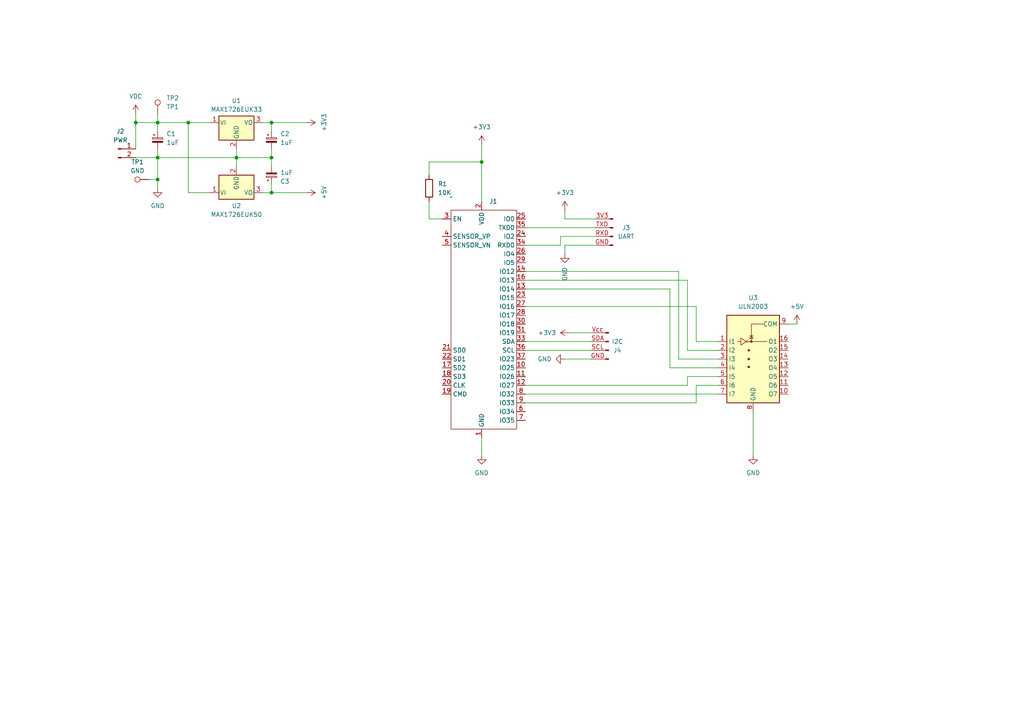
<source format=kicad_sch>
(kicad_sch (version 20230121) (generator eeschema)
  (paper "A4")
  (lib_symbols
    (symbol "Alexander_Library_Symbols:Conn_I2C_01x04" (pin_names (offset 1.016) hide)
      (property "Reference" "J" (at 0 5.08 0))
      (property "Value" "I2C" (at 0 -7.62 0))
      (symbol "Conn_I2C_01x04_1_1"
        (polyline (pts (xy 1.27 -5.08) (xy 0.8636 -5.08)) (stroke (width 0.1524)))
        (polyline (pts (xy 1.27 -2.54) (xy 0.8636 -2.54)) (stroke (width 0.1524)))
        (polyline (pts (xy 1.27 0) (xy 0.8636 0)) (stroke (width 0.1524)))
        (polyline (pts (xy 1.27 2.54) (xy 0.8636 2.54)) (stroke (width 0.1524)))
        (rectangle (start 0.8636 -4.953) (end 0 -5.207) (stroke (width 0.1524)) (fill (type outline)))
        (rectangle (start 0.8636 -2.413) (end 0 -2.667) (stroke (width 0.1524)) (fill (type outline)))
        (rectangle (start 0.8636 0.127) (end 0 -0.127) (stroke (width 0.1524)) (fill (type outline)))
        (rectangle (start 0.8636 2.667) (end 0 2.413) (stroke (width 0.1524)) (fill (type outline)))
        (pin power_out line (at 5.08 -5.08 180) (length 3.81) (name "GND") (number "GND"))
        (pin bidirectional line (at 5.08 -2.54 180) (length 3.81) (name "SCL") (number "SCL"))
        (pin bidirectional line (at 5.08 0 180) (length 3.81) (name "SDA") (number "SDA"))
        (pin power_in line (at 5.08 2.54 180) (length 3.81) (name "VCC") (number "Vcc"))
      )
    )
    (symbol "Alexander_Library_Symbols:ESP32-WROOM-32D-SOCKET"
      (property "Reference" "J" (at 0 0 0))
      (symbol "ESP32-WROOM-32D-SOCKET_0_1"
        (rectangle (start 0 -3.81) (end 19.05 -67.31))
      )
      (symbol "ESP32-WROOM-32D-SOCKET_1_1"
        (pin power_out line (at 8.89 -69.85 90) (length 2.54) (name "GND") (number "1"))
        (pin bidirectional line (at 21.59 -49.53 180) (length 2.54) (name "IO25") (number "10"))
        (pin bidirectional line (at 21.59 -52.07 180) (length 2.54) (name "IO26") (number "11"))
        (pin bidirectional line (at 21.59 -54.61 180) (length 2.54) (name "IO27") (number "12"))
        (pin bidirectional line (at 21.59 -26.67 180) (length 2.54) (name "IO14") (number "13"))
        (pin bidirectional line (at 21.59 -21.59 180) (length 2.54) (name "IO12") (number "14"))
        (pin bidirectional line (at 21.59 -24.13 180) (length 2.54) (name "IO13") (number "16"))
        (pin input line (at -2.54 -49.53 0) (length 2.54) (name "SD2") (number "17"))
        (pin input line (at -2.54 -52.07 0) (length 2.54) (name "SD3") (number "18"))
        (pin input line (at -2.54 -57.15 0) (length 2.54) (name "CMD") (number "19"))
        (pin power_in line (at 8.89 -1.27 270) (length 2.54) (name "VDD") (number "2"))
        (pin input line (at -2.54 -54.61 0) (length 2.54) (name "CLK") (number "20"))
        (pin input line (at -2.54 -44.45 0) (length 2.54) (name "SD0") (number "21"))
        (pin input line (at -2.54 -46.99 0) (length 2.54) (name "SD1") (number "22"))
        (pin bidirectional line (at 21.59 -29.21 180) (length 2.54) (name "IO15") (number "23"))
        (pin bidirectional line (at 21.59 -11.43 180) (length 2.54) (name "IO2") (number "24"))
        (pin bidirectional line (at 21.59 -6.35 180) (length 2.54) (name "IO0") (number "25"))
        (pin bidirectional line (at 21.59 -16.51 180) (length 2.54) (name "IO4") (number "26"))
        (pin bidirectional line (at 21.59 -31.75 180) (length 2.54) (name "IO16") (number "27"))
        (pin bidirectional line (at 21.59 -34.29 180) (length 2.54) (name "IO17") (number "28"))
        (pin bidirectional line (at 21.59 -19.05 180) (length 2.54) (name "IO5") (number "29"))
        (pin input line (at -2.54 -6.35 0) (length 2.54) (name "EN") (number "3"))
        (pin bidirectional line (at 21.59 -36.83 180) (length 2.54) (name "IO18") (number "30"))
        (pin bidirectional line (at 21.59 -39.37 180) (length 2.54) (name "IO19") (number "31"))
        (pin bidirectional line (at 21.59 -41.91 180) (length 2.54) (name "SDA") (number "33"))
        (pin input line (at 21.59 -13.97 180) (length 2.54) (name "RXD0") (number "34"))
        (pin output line (at 21.59 -8.89 180) (length 2.54) (name "TXD0") (number "35"))
        (pin bidirectional line (at 21.59 -44.45 180) (length 2.54) (name "SCL") (number "36"))
        (pin bidirectional line (at 21.59 -46.99 180) (length 2.54) (name "IO23") (number "37"))
        (pin input line (at -2.54 -11.43 0) (length 2.54) (name "SENSOR_VP") (number "4"))
        (pin input line (at -2.54 -13.97 0) (length 2.54) (name "SENSOR_VN") (number "5"))
        (pin bidirectional line (at 21.59 -62.23 180) (length 2.54) (name "IO34") (number "6"))
        (pin bidirectional line (at 21.59 -64.77 180) (length 2.54) (name "IO35") (number "7"))
        (pin bidirectional line (at 21.59 -57.15 180) (length 2.54) (name "IO32") (number "8"))
        (pin bidirectional line (at 21.59 -59.69 180) (length 2.54) (name "IO33") (number "9"))
      )
    )
    (symbol "Conn_UART_1" (pin_names (offset 1.016) hide)
      (property "Reference" "J" (at 1.27 3.81 0))
      (property "Value" "UART" (at 2.54 -10.16 0))
      (symbol "Conn_UART_1_1_1"
        (polyline (pts (xy 1.27 -7.62) (xy 0.8636 -7.62)) (stroke (width 0.1524)))
        (polyline (pts (xy 1.27 -5.08) (xy 0.8636 -5.08)) (stroke (width 0.1524)))
        (polyline (pts (xy 1.27 -2.54) (xy 0.8636 -2.54)) (stroke (width 0.1524)))
        (polyline (pts (xy 1.27 0) (xy 0.8636 0)) (stroke (width 0.1524)))
        (rectangle (start 0.8636 -7.493) (end 0 -7.747) (stroke (width 0.1524)) (fill (type outline)))
        (rectangle (start 0.8636 -4.953) (end 0 -5.207) (stroke (width 0.1524)) (fill (type outline)))
        (rectangle (start 0.8636 -2.413) (end 0 -2.667) (stroke (width 0.1524)) (fill (type outline)))
        (rectangle (start 0.8636 0.127) (end 0 -0.127) (stroke (width 0.1524)) (fill (type outline)))
        (pin power_in line (at 5.08 0 180) (length 3.81) (name "3V3") (number "3V3"))
        (pin power_out line (at 5.08 -7.62 180) (length 3.81) (name "GND") (number "GND"))
        (pin input line (at 5.08 -5.08 180) (length 3.81) (name "RXD") (number "RXD"))
        (pin output line (at 5.08 -2.54 180) (length 3.81) (name "TXD") (number "TXD"))
      )
    )
    (symbol "Connector:Conn_01x02_Pin" (pin_names (offset 1.016) hide)
      (property "Reference" "J" (at 0 2.54 0))
      (property "Value" "Conn_01x02_Pin" (at 0 -5.08 0))
      (symbol "Conn_01x02_Pin_1_1"
        (polyline (pts (xy 1.27 -2.54) (xy 0.8636 -2.54)) (stroke (width 0.1524)))
        (polyline (pts (xy 1.27 0) (xy 0.8636 0)) (stroke (width 0.1524)))
        (rectangle (start 0.8636 -2.413) (end 0 -2.667) (stroke (width 0.1524)) (fill (type outline)))
        (rectangle (start 0.8636 0.127) (end 0 -0.127) (stroke (width 0.1524)) (fill (type outline)))
        (pin passive line (at 5.08 0 180) (length 3.81) (name "Pin_1") (number "1"))
        (pin passive line (at 5.08 -2.54 180) (length 3.81) (name "Pin_2") (number "2"))
      )
    )
    (symbol "Connector:TestPoint" (pin_numbers hide) (pin_names (offset 0.762) hide)
      (property "Reference" "TP" (at 0 6.858 0))
      (property "Value" "TestPoint" (at 0 5.08 0))
      (symbol "TestPoint_0_1"
        (circle (center 0 3.302) (radius 0.762))
      )
      (symbol "TestPoint_1_1"
        (pin passive line (at 0 0 90) (length 2.54) (name "1") (number "1"))
      )
    )
    (symbol "Device:C_Polarized_Small" (pin_numbers hide) (pin_names (offset 0.254) hide)
      (property "Reference" "C" (at 0.254 1.778 0))
      (property "Value" "C_Polarized_Small" (at 0.254 -2.032 0))
      (symbol "C_Polarized_Small_0_1"
        (rectangle (start -1.524 -0.3048) (end 1.524 -0.6858) (fill (type outline)))
        (rectangle (start -1.524 0.6858) (end 1.524 0.3048))
        (polyline (pts (xy -1.27 1.524) (xy -0.762 1.524)))
        (polyline (pts (xy -1.016 1.27) (xy -1.016 1.778)))
      )
      (symbol "C_Polarized_Small_1_1"
        (pin passive line (at 0 2.54 270) (length 1.8542) (name "~") (number "1"))
        (pin passive line (at 0 -2.54 90) (length 1.8542) (name "~") (number "2"))
      )
    )
    (symbol "Device:R" (pin_numbers hide) (pin_names (offset 0))
      (property "Reference" "R" (at 2.032 0 90))
      (property "Value" "R" (at 0 0 90))
      (symbol "R_0_1"
        (rectangle (start -1.016 -2.54) (end 1.016 2.54) (stroke (width 0.254)))
      )
      (symbol "R_1_1"
        (pin passive line (at 0 3.81 270) (length 1.27) (name "~") (number "1"))
        (pin passive line (at 0 -3.81 90) (length 1.27) (name "~") (number "2"))
      )
    )
    (symbol "Regulator_Linear:LM78M05_TO220" (pin_names (offset 0.254))
      (property "Reference" "U" (at -3.81 3.175 0))
      (property "Value" "LM78M05_TO220" (at 0 3.175 0))
      (symbol "LM78M05_TO220_0_1"
        (rectangle (start -5.08 1.905) (end 5.08 -5.08) (stroke (width 0.254)) (fill (type background)))
      )
      (symbol "LM78M05_TO220_1_1"
        (pin power_in line (at -7.62 0 0) (length 2.54) (name "VI") (number "1"))
        (pin power_in line (at 0 -7.62 90) (length 2.54) (name "GND") (number "2"))
        (pin power_out line (at 7.62 0 180) (length 2.54) (name "VO") (number "3"))
      )
    )
    (symbol "Transistor_Array:ULN2003"
      (property "Reference" "U" (at 0 15.875 0))
      (property "Value" "ULN2003" (at 0 13.97 0))
      (symbol "ULN2003_0_1"
        (rectangle (start -7.62 -12.7) (end 7.62 12.7) (stroke (width 0.254)) (fill (type background)))
        (circle (center -1.778 5.08) (radius 0.254))
        (circle (center -1.27 -2.286) (radius 0.254) (fill (type outline)))
        (circle (center -1.27 0) (radius 0.254) (fill (type outline)))
        (circle (center -1.27 2.54) (radius 0.254) (fill (type outline)))
        (circle (center -0.508 5.08) (radius 0.254) (fill (type outline)))
        (polyline (pts (xy -4.572 5.08) (xy -3.556 5.08)))
        (polyline (pts (xy -1.524 5.08) (xy 4.064 5.08)))
        (polyline (pts (xy 0 6.731) (xy -1.016 6.731)))
        (polyline (pts (xy -0.508 5.08) (xy -0.508 10.16) (xy 2.921 10.16)))
        (polyline (pts (xy -3.556 6.096) (xy -3.556 4.064) (xy -2.032 5.08) (xy -3.556 6.096)))
        (polyline (pts (xy 0 5.969) (xy -1.016 5.969) (xy -0.508 6.731) (xy 0 5.969)))
      )
      (symbol "ULN2003_1_1"
        (pin input line (at -10.16 5.08 0) (length 2.54) (name "I1") (number "1"))
        (pin open_collector line (at 10.16 -10.16 180) (length 2.54) (name "O7") (number "10"))
        (pin open_collector line (at 10.16 -7.62 180) (length 2.54) (name "O6") (number "11"))
        (pin open_collector line (at 10.16 -5.08 180) (length 2.54) (name "O5") (number "12"))
        (pin open_collector line (at 10.16 -2.54 180) (length 2.54) (name "O4") (number "13"))
        (pin open_collector line (at 10.16 0 180) (length 2.54) (name "O3") (number "14"))
        (pin open_collector line (at 10.16 2.54 180) (length 2.54) (name "O2") (number "15"))
        (pin open_collector line (at 10.16 5.08 180) (length 2.54) (name "O1") (number "16"))
        (pin input line (at -10.16 2.54 0) (length 2.54) (name "I2") (number "2"))
        (pin input line (at -10.16 0 0) (length 2.54) (name "I3") (number "3"))
        (pin input line (at -10.16 -2.54 0) (length 2.54) (name "I4") (number "4"))
        (pin input line (at -10.16 -5.08 0) (length 2.54) (name "I5") (number "5"))
        (pin input line (at -10.16 -7.62 0) (length 2.54) (name "I6") (number "6"))
        (pin input line (at -10.16 -10.16 0) (length 2.54) (name "I7") (number "7"))
        (pin power_in line (at 0 -15.24 90) (length 2.54) (name "GND") (number "8"))
        (pin passive line (at 10.16 10.16 180) (length 2.54) (name "COM") (number "9"))
      )
    )
    (symbol "power:+3V3" (power) (pin_names (offset 0))
      (property "Value" "+3V3" (at 0 3.556 0))
      (symbol "+3V3_0_1"
        (polyline (pts (xy -0.762 1.27) (xy 0 2.54)))
        (polyline (pts (xy 0 0) (xy 0 2.54)))
        (polyline (pts (xy 0 2.54) (xy 0.762 1.27)))
      )
      (symbol "+3V3_1_1"
        (pin power_in line (at 0 0 90) (length 0) hide (name "+3V3") (number "1"))
      )
    )
    (symbol "power:+5V" (power) (pin_names (offset 0))
      (property "Value" "+5V" (at 0 3.556 0))
      (symbol "+5V_0_1"
        (polyline (pts (xy -0.762 1.27) (xy 0 2.54)))
        (polyline (pts (xy 0 0) (xy 0 2.54)))
        (polyline (pts (xy 0 2.54) (xy 0.762 1.27)))
      )
      (symbol "+5V_1_1"
        (pin power_in line (at 0 0 90) (length 0) hide (name "+5V") (number "1"))
      )
    )
    (symbol "power:GND" (power) (pin_names (offset 0))
      (property "Value" "GND" (at 0 -3.81 0))
      (symbol "GND_0_1"
        (polyline (pts (xy 0 0) (xy 0 -1.27) (xy 1.27 -1.27) (xy 0 -2.54) (xy -1.27 -1.27) (xy 0 -1.27)))
      )
      (symbol "GND_1_1"
        (pin power_in line (at 0 0 270) (length 0) hide (name "GND") (number "1"))
      )
    )
    (symbol "power:VDC" (power) (pin_names (offset 0))
      (property "Value" "VDC" (at 0 6.35 0))
      (symbol "VDC_0_1"
        (polyline (pts (xy -0.762 1.27) (xy 0 2.54)))
        (polyline (pts (xy 0 0) (xy 0 2.54)))
        (polyline (pts (xy 0 2.54) (xy 0.762 1.27)))
      )
      (symbol "VDC_1_1"
        (pin power_in line (at 0 0 90) (length 0) hide (name "VDC") (number "1"))
      )
    )
  )
  (junction (at 68.58 45.72))
  (junction (at 78.74 45.72))
  (junction (at 45.72 45.72))
  (junction (at 139.7 46.99))
  (junction (at 45.72 52.07))
  (junction (at 78.74 55.88))
  (junction (at 54.61 35.56))
  (junction (at 39.37 35.56))
  (junction (at 78.74 35.56))
  (junction (at 45.72 35.56))
  (wire (pts (xy 199.39 109.22) (xy 199.39 111.76)))
  (wire (pts (xy 152.4 88.9) (xy 201.93 88.9)))
  (wire (pts (xy 208.28 111.76) (xy 201.93 111.76)))
  (wire (pts (xy 45.72 45.72) (xy 45.72 52.07)))
  (wire (pts (xy 196.85 104.14) (xy 208.28 104.14)))
  (wire (pts (xy 60.96 55.88) (xy 54.61 55.88)))
  (wire (pts (xy 152.4 116.84) (xy 201.93 116.84)))
  (wire (pts (xy 139.7 41.91) (xy 139.7 46.99)))
  (wire (pts (xy 165.1 96.52) (xy 171.45 96.52)))
  (wire (pts (xy 68.58 43.18) (xy 68.58 45.72)))
  (wire (pts (xy 78.74 43.18) (xy 78.74 45.72)))
  (wire (pts (xy 152.4 114.3) (xy 208.28 114.3)))
  (wire (pts (xy 152.4 66.04) (xy 172.72 66.04)))
  (wire (pts (xy 128.27 63.5) (xy 124.46 63.5)))
  (wire (pts (xy 54.61 35.56) (xy 60.96 35.56)))
  (wire (pts (xy 124.46 46.99) (xy 124.46 50.8)))
  (wire (pts (xy 163.83 63.5) (xy 172.72 63.5)))
  (wire (pts (xy 45.72 35.56) (xy 45.72 38.1)))
  (wire (pts (xy 45.72 43.18) (xy 45.72 45.72)))
  (wire (pts (xy 152.4 83.82) (xy 194.31 83.82)))
  (wire (pts (xy 152.4 101.6) (xy 171.45 101.6)))
  (wire (pts (xy 54.61 35.56) (xy 54.61 55.88)))
  (wire (pts (xy 78.74 55.88) (xy 88.9 55.88)))
  (wire (pts (xy 76.2 55.88) (xy 78.74 55.88)))
  (wire (pts (xy 208.28 106.68) (xy 194.31 106.68)))
  (wire (pts (xy 162.56 68.58) (xy 162.56 71.12)))
  (wire (pts (xy 162.56 71.12) (xy 152.4 71.12)))
  (wire (pts (xy 218.44 119.38) (xy 218.44 132.08)))
  (wire (pts (xy 201.93 99.06) (xy 201.93 88.9)))
  (wire (pts (xy 171.45 104.14) (xy 163.83 104.14)))
  (wire (pts (xy 68.58 48.26) (xy 68.58 45.72)))
  (wire (pts (xy 124.46 46.99) (xy 139.7 46.99)))
  (wire (pts (xy 78.74 45.72) (xy 78.74 48.26)))
  (wire (pts (xy 76.2 35.56) (xy 78.74 35.56)))
  (wire (pts (xy 45.72 33.02) (xy 45.72 35.56)))
  (wire (pts (xy 196.85 78.74) (xy 196.85 104.14)))
  (wire (pts (xy 228.6 93.98) (xy 231.14 93.98)))
  (wire (pts (xy 172.72 68.58) (xy 162.56 68.58)))
  (wire (pts (xy 152.4 99.06) (xy 171.45 99.06)))
  (wire (pts (xy 45.72 52.07) (xy 45.72 54.61)))
  (wire (pts (xy 39.37 33.02) (xy 39.37 35.56)))
  (wire (pts (xy 78.74 38.1) (xy 78.74 35.56)))
  (wire (pts (xy 43.18 52.07) (xy 45.72 52.07)))
  (wire (pts (xy 199.39 101.6) (xy 199.39 81.28)))
  (wire (pts (xy 172.72 71.12) (xy 163.83 71.12)))
  (wire (pts (xy 163.83 71.12) (xy 163.83 73.66)))
  (wire (pts (xy 39.37 35.56) (xy 45.72 35.56)))
  (wire (pts (xy 163.83 63.5) (xy 163.83 60.96)))
  (wire (pts (xy 78.74 53.34) (xy 78.74 55.88)))
  (wire (pts (xy 139.7 46.99) (xy 139.7 58.42)))
  (wire (pts (xy 201.93 111.76) (xy 201.93 116.84)))
  (wire (pts (xy 152.4 111.76) (xy 199.39 111.76)))
  (wire (pts (xy 68.58 45.72) (xy 78.74 45.72)))
  (wire (pts (xy 199.39 109.22) (xy 208.28 109.22)))
  (wire (pts (xy 208.28 99.06) (xy 201.93 99.06)))
  (wire (pts (xy 194.31 83.82) (xy 194.31 106.68)))
  (wire (pts (xy 45.72 35.56) (xy 54.61 35.56)))
  (wire (pts (xy 124.46 58.42) (xy 124.46 63.5)))
  (wire (pts (xy 196.85 78.74) (xy 152.4 78.74)))
  (wire (pts (xy 78.74 35.56) (xy 88.9 35.56)))
  (wire (pts (xy 199.39 81.28) (xy 152.4 81.28)))
  (wire (pts (xy 39.37 45.72) (xy 45.72 45.72)))
  (wire (pts (xy 208.28 101.6) (xy 199.39 101.6)))
  (wire (pts (xy 139.7 127) (xy 139.7 132.08)))
  (wire (pts (xy 45.72 45.72) (xy 68.58 45.72)))
  (wire (pts (xy 39.37 35.56) (xy 39.37 43.18)))
  (symbol (lib_id "power:+3V3") (at 163.83 60.96 0) (unit 1)
    (property "Reference" "#PWR06" (effects hide))
    (property "Value" "+3V3" (at 163.83 55.88 0))
  )
  (symbol (lib_id "power:+3V3") (at 165.1 96.52 90) (unit 1)
    (property "Reference" "#PWR08" (effects hide))
    (property "Value" "+3V3" (at 161.29 96.52 90) (effects (justify left)))
  )
  (symbol (lib_id "power:+5V") (at 231.14 93.98 0) (unit 1)
    (property "Reference" "#PWR012" (effects hide))
    (property "Value" "+5V" (at 231.14 88.9 0))
  )
  (symbol (lib_id "Transistor_Array:ULN2003") (at 218.44 104.14 0) (unit 1)
    (property "Reference" "U3" (at 218.44 86.36 0))
    (property "Value" "ULN2003" (at 218.44 88.9 0))
    (property "Footprint" "Package_DIP:DIP-16_W7.62mm" (effects hide))
    (property "Datasheet" "http://www.ti.com/lit/ds/symlink/uln2003a.pdf" (effects hide))
  )
  (symbol (lib_name "Conn_UART_1") (lib_id "Alexander_Library_Symbols:Conn_UART") (at 177.8 63.5 0) (mirror y) (unit 1)
    (property "Reference" "J3" (at 181.61 66.04 0))
    (property "Value" "UART" (at 181.61 68.58 0))
    (property "Footprint" "Alexander Footprints Library:Conn_UART" (effects hide))
  )
  (symbol (lib_id "Device:C_Polarized_Small") (at 78.74 50.8 0) (mirror x) (unit 1)
    (property "Reference" "C3" (at 81.28 52.6161 0) (effects (justify left)))
    (property "Value" "1uF" (at 81.28 50.0761 0) (effects (justify left)))
    (property "Footprint" "Capacitor_THT:CP_Radial_D4.0mm_P2.00mm" (effects hide))
  )
  (symbol (lib_id "Device:C_Polarized_Small") (at 45.72 40.64 0) (unit 1)
    (property "Reference" "C1" (at 48.26 38.8239 0) (effects (justify left)))
    (property "Value" "1uF" (at 48.26 41.3639 0) (effects (justify left)))
    (property "Footprint" "Capacitor_THT:CP_Radial_D4.0mm_P2.00mm" (effects hide))
  )
  (symbol (lib_id "power:GND") (at 163.83 104.14 270) (unit 1)
    (property "Reference" "#PWR09" (effects hide))
    (property "Value" "GND" (at 160.02 104.14 90) (effects (justify right)))
  )
  (symbol (lib_id "power:GND") (at 163.83 73.66 0) (unit 1)
    (property "Reference" "#PWR07" (effects hide))
    (property "Value" "GND" (at 163.83 77.47 90) (effects (justify right)))
  )
  (symbol (lib_id "power:GND") (at 218.44 132.08 0) (unit 1)
    (property "Reference" "#PWR010" (effects hide))
    (property "Value" "GND" (at 218.44 137.16 0))
  )
  (symbol (lib_id "Regulator_Linear:LM78M05_TO220") (at 68.58 55.88 0) (mirror x) (unit 1)
    (property "Reference" "U2" (at 68.58 59.69 0))
    (property "Value" "MAX1726EUK50" (at 68.58 62.23 0))
    (property "Footprint" "Package_TO_SOT_SMD:SOT-223-3_TabPin2" (effects hide))
    (property "Datasheet" "https://www.onsemi.com/pub/Collateral/MC78M00-D.PDF" (effects hide))
  )
  (symbol (lib_id "Connector:TestPoint") (at 45.72 33.02 0) (unit 1)
    (property "Reference" "TP2" (at 48.26 28.448 0) (effects (justify left)))
    (property "Value" "TP1" (at 48.26 30.988 0) (effects (justify left)))
    (property "Footprint" "Alexander Footprints Library:TestPoint_D2.5mm" (effects hide))
  )
  (symbol (lib_id "Device:C_Polarized_Small") (at 78.74 40.64 0) (unit 1)
    (property "Reference" "C2" (at 81.28 38.8239 0) (effects (justify left)))
    (property "Value" "1uF" (at 81.28 41.3639 0) (effects (justify left)))
    (property "Footprint" "Capacitor_THT:CP_Radial_D4.0mm_P2.00mm" (effects hide))
  )
  (symbol (lib_id "power:+3V3") (at 139.7 41.91 0) (unit 1)
    (property "Reference" "#PWR02" (effects hide))
    (property "Value" "+3V3" (at 139.7 36.83 0))
  )
  (symbol (lib_id "power:GND") (at 45.72 54.61 0) (unit 1)
    (property "Reference" "#PWR03" (effects hide))
    (property "Value" "GND" (at 45.72 59.69 0))
  )
  (symbol (lib_id "power:+5V") (at 88.9 55.88 270) (unit 1)
    (property "Reference" "#PWR05" (effects hide))
    (property "Value" "+5V" (at 93.98 55.88 0))
  )
  (symbol (lib_id "power:VDC") (at 39.37 33.02 0) (unit 1)
    (property "Reference" "#PWR011" (effects hide))
    (property "Value" "VDC" (at 39.37 27.94 0))
  )
  (symbol (lib_id "Regulator_Linear:LM78M05_TO220") (at 68.58 35.56 0) (unit 1)
    (property "Reference" "U1" (at 68.58 29.21 0))
    (property "Value" "MAX1726EUK33" (at 68.58 31.75 0))
    (property "Footprint" "Package_TO_SOT_SMD:SOT-223-3_TabPin2" (effects hide))
    (property "Datasheet" "https://www.onsemi.com/pub/Collateral/MC78M00-D.PDF" (effects hide))
  )
  (symbol (lib_id "power:+3V3") (at 88.9 35.56 270) (unit 1)
    (property "Reference" "#PWR04" (effects hide))
    (property "Value" "+3V3" (at 93.98 35.56 0))
  )
  (symbol (lib_id "Connector:TestPoint") (at 43.18 52.07 90) (unit 1)
    (property "Reference" "TP1" (at 39.878 46.99 90))
    (property "Value" "GND" (at 39.878 49.53 90))
    (property "Footprint" "Alexander Footprints Library:TestPoint_D2.5mm" (effects hide))
  )
  (symbol (lib_id "Alexander_Library_Symbols:Conn_I2C_01x04") (at 176.53 99.06 0) (mirror y) (unit 1)
    (property "Reference" "J4" (at 179.07 101.6 0))
    (property "Value" "I2C" (at 179.07 99.06 0))
    (property "Footprint" "Alexander Footprints Library:Conn_I2C_3" (effects hide))
  )
  (symbol (lib_id "Connector:Conn_01x02_Pin") (at 34.29 43.18 0) (unit 1)
    (property "Reference" "J2" (at 34.925 38.1 0))
    (property "Value" "PWR" (at 34.925 40.64 0))
    (property "Footprint" "Connector_PinHeader_2.54mm:PinHeader_1x02_P2.54mm_Vertical" (effects hide))
  )
  (symbol (lib_id "Device:R") (at 124.46 54.61 0) (unit 1)
    (property "Reference" "R1" (at 127 53.34 0) (effects (justify left)))
    (property "Value" "10K" (at 127 55.88 0) (effects (justify left)))
    (property "Footprint" "Alexander Footprints Library:STA_RMCF1206_STP-L" (effects hide))
  )
  (symbol (lib_id "Alexander_Library_Symbols:ESP32-WROOM-32D-SOCKET") (at 130.81 57.15 0) (unit 1)
    (property "Reference" "J1" (at 141.8941 58.42 0) (effects (justify left)))
    (property "Value" "~" (at 130.81 57.15 0))
    (property "Footprint" "Alexander Footprints Library:ESP32-WROOM-Adapter-Socket-2" (effects hide))
  )
  (symbol (lib_id "power:GND") (at 139.7 132.08 0) (unit 1)
    (property "Reference" "#PWR01" (effects hide))
    (property "Value" "GND" (at 139.7 137.16 0))
  )
)
</source>
